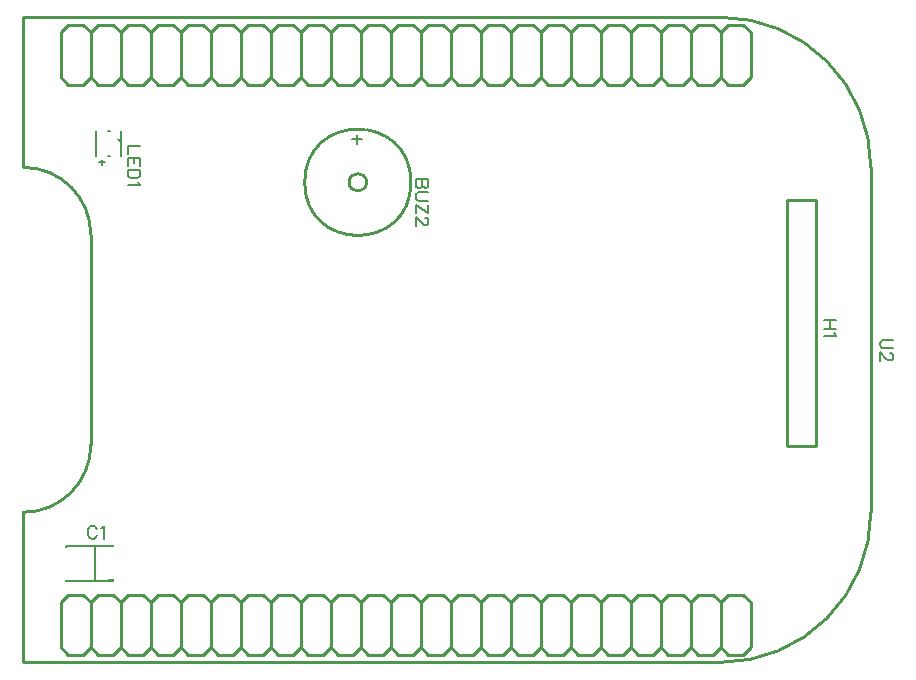
<source format=gto>
G04 Layer: TopSilkscreenLayer*
G04 EasyEDA v6.5.22, 2023-01-10 12:38:46*
G04 25b49afb8cf343a198f3b3cb698868e7,2e4b97ed0a384ad5b60706015a639cab,10*
G04 Gerber Generator version 0.2*
G04 Scale: 100 percent, Rotated: No, Reflected: No *
G04 Dimensions in inches *
G04 leading zeros omitted , absolute positions ,3 integer and 6 decimal *
%FSLAX36Y36*%
%MOIN*%

%ADD10C,0.0060*%
%ADD11C,0.0080*%
%ADD12C,0.0070*%
%ADD13C,0.0100*%
%ADD14C,0.0059*%
%ADD15C,0.0128*%

%LPD*%
D10*
X2015399Y-600000D02*
G01*
X1972500Y-600000D01*
X2015399Y-600000D02*
G01*
X2015399Y-618400D01*
X2013400Y-624499D01*
X2011300Y-626599D01*
X2007200Y-628600D01*
X2003100Y-628600D01*
X1998999Y-626599D01*
X1996999Y-624499D01*
X1995000Y-618400D01*
X1995000Y-600000D02*
G01*
X1995000Y-618400D01*
X1992899Y-624499D01*
X1990900Y-626599D01*
X1986800Y-628600D01*
X1980600Y-628600D01*
X1976499Y-626599D01*
X1974499Y-624499D01*
X1972500Y-618400D01*
X1972500Y-600000D01*
X2015399Y-642100D02*
G01*
X1984700Y-642100D01*
X1978599Y-644200D01*
X1974499Y-648299D01*
X1972500Y-654400D01*
X1972500Y-658499D01*
X1974499Y-664600D01*
X1978599Y-668699D01*
X1984700Y-670799D01*
X2015399Y-670799D01*
X2015399Y-712899D02*
G01*
X1972500Y-684299D01*
X2015399Y-684299D02*
G01*
X2015399Y-712899D01*
X1972500Y-684299D02*
G01*
X1972500Y-712899D01*
X2005200Y-728499D02*
G01*
X2007200Y-728499D01*
X2011300Y-730500D01*
X2013400Y-732500D01*
X2015399Y-736599D01*
X2015399Y-744800D01*
X2013400Y-748899D01*
X2011300Y-750999D01*
X2007200Y-753000D01*
X2003100Y-753000D01*
X1998999Y-750999D01*
X1992899Y-746900D01*
X1972500Y-726399D01*
X1972500Y-755000D01*
D11*
X1794171Y-467044D02*
G01*
X1761971Y-467044D01*
X1778072Y-450945D02*
G01*
X1778072Y-483144D01*
D12*
X3564499Y-1135000D02*
G01*
X3533900Y-1135000D01*
X3527700Y-1136999D01*
X3523599Y-1141100D01*
X3521599Y-1147300D01*
X3521599Y-1151399D01*
X3523599Y-1157500D01*
X3527700Y-1161599D01*
X3533900Y-1163600D01*
X3564499Y-1163600D01*
X3554300Y-1179200D02*
G01*
X3556400Y-1179200D01*
X3560500Y-1181199D01*
X3562500Y-1183299D01*
X3564499Y-1187399D01*
X3564499Y-1195500D01*
X3562500Y-1199600D01*
X3560500Y-1201700D01*
X3556400Y-1203699D01*
X3552299Y-1203699D01*
X3548199Y-1201700D01*
X3541999Y-1197600D01*
X3521599Y-1177100D01*
X3521599Y-1205799D01*
D10*
X3375399Y-1070000D02*
G01*
X3332500Y-1070000D01*
X3375399Y-1098600D02*
G01*
X3332500Y-1098600D01*
X3355000Y-1070000D02*
G01*
X3355000Y-1098600D01*
X3367200Y-1112100D02*
G01*
X3369300Y-1116199D01*
X3375399Y-1122399D01*
X3332500Y-1122399D01*
X910700Y-1764800D02*
G01*
X908600Y-1760700D01*
X904499Y-1756599D01*
X900500Y-1754600D01*
X892300Y-1754600D01*
X888200Y-1756599D01*
X884099Y-1760700D01*
X881999Y-1764800D01*
X880000Y-1770999D01*
X880000Y-1781199D01*
X881999Y-1787300D01*
X884099Y-1791399D01*
X888200Y-1795500D01*
X892300Y-1797500D01*
X900500Y-1797500D01*
X904499Y-1795500D01*
X908600Y-1791399D01*
X910700Y-1787300D01*
X924200Y-1762800D02*
G01*
X928299Y-1760700D01*
X934400Y-1754600D01*
X934400Y-1797500D01*
X1055399Y-490000D02*
G01*
X1012500Y-490000D01*
X1012500Y-490000D02*
G01*
X1012500Y-514499D01*
X1055399Y-528000D02*
G01*
X1012500Y-528000D01*
X1055399Y-528000D02*
G01*
X1055399Y-554600D01*
X1035000Y-528000D02*
G01*
X1035000Y-544400D01*
X1012500Y-528000D02*
G01*
X1012500Y-554600D01*
X1055399Y-568099D02*
G01*
X1012500Y-568099D01*
X1055399Y-568099D02*
G01*
X1055399Y-582500D01*
X1053400Y-588600D01*
X1049300Y-592699D01*
X1045200Y-594699D01*
X1038999Y-596799D01*
X1028800Y-596799D01*
X1022700Y-594699D01*
X1018599Y-592699D01*
X1014499Y-588600D01*
X1012500Y-582500D01*
X1012500Y-568099D01*
X1047200Y-610300D02*
G01*
X1049300Y-614400D01*
X1055399Y-620500D01*
X1012500Y-620500D01*
G36*
X948900Y-1818880D02*
G01*
X948900Y-1827220D01*
X966900Y-1827220D01*
X966900Y-1818880D01*
G37*
G36*
X948900Y-1932780D02*
G01*
X948900Y-1941120D01*
X966900Y-1941120D01*
X966900Y-1932780D01*
G37*
G36*
X976280Y-464640D02*
G01*
X989080Y-478040D01*
X989080Y-464640D01*
G37*
D13*
X790000Y-260000D02*
G01*
X815000Y-285000D01*
X815000Y-285000D02*
G01*
X865000Y-285000D01*
X865000Y-285000D02*
G01*
X890000Y-260000D01*
X890000Y-260000D02*
G01*
X915000Y-285000D01*
X915000Y-285000D02*
G01*
X965000Y-285000D01*
X965000Y-285000D02*
G01*
X990000Y-260000D01*
X990000Y-260000D02*
G01*
X1015000Y-285000D01*
X1015000Y-285000D02*
G01*
X1065000Y-285000D01*
X1065000Y-285000D02*
G01*
X1090000Y-260000D01*
X1090000Y-260000D02*
G01*
X1115000Y-285000D01*
X1115000Y-285000D02*
G01*
X1165000Y-285000D01*
X1165000Y-285000D02*
G01*
X1190000Y-260000D01*
X1190000Y-260000D02*
G01*
X1215000Y-285000D01*
X1215000Y-285000D02*
G01*
X1265000Y-285000D01*
X1265000Y-285000D02*
G01*
X1290000Y-260000D01*
X1290000Y-260000D02*
G01*
X1315000Y-285000D01*
X1315000Y-285000D02*
G01*
X1365000Y-285000D01*
X1365000Y-285000D02*
G01*
X1390000Y-260000D01*
X790000Y-260000D02*
G01*
X790000Y-110000D01*
X790000Y-110000D02*
G01*
X815000Y-85000D01*
X815000Y-85000D02*
G01*
X865000Y-85000D01*
X865000Y-85000D02*
G01*
X890000Y-110000D01*
X890000Y-110000D02*
G01*
X915000Y-85000D01*
X915000Y-85000D02*
G01*
X965000Y-85000D01*
X965000Y-85000D02*
G01*
X990000Y-110000D01*
X990000Y-110000D02*
G01*
X1015000Y-85000D01*
X1015000Y-85000D02*
G01*
X1065000Y-85000D01*
X1065000Y-85000D02*
G01*
X1090000Y-110000D01*
X1090000Y-110000D02*
G01*
X1115000Y-85000D01*
X1115000Y-85000D02*
G01*
X1165000Y-85000D01*
X1165000Y-85000D02*
G01*
X1190000Y-110000D01*
X1190000Y-110000D02*
G01*
X1215000Y-85000D01*
X1215000Y-85000D02*
G01*
X1265000Y-85000D01*
X1265000Y-85000D02*
G01*
X1290000Y-110000D01*
X1290000Y-110000D02*
G01*
X1315000Y-85000D01*
X1315000Y-85000D02*
G01*
X1365000Y-85000D01*
X1365000Y-85000D02*
G01*
X1390000Y-110000D01*
X1390000Y-110000D02*
G01*
X1415000Y-85000D01*
X1415000Y-85000D02*
G01*
X1465000Y-85000D01*
X1465000Y-85000D02*
G01*
X1490000Y-110000D01*
X1490000Y-110000D02*
G01*
X1515000Y-85000D01*
X1515000Y-85000D02*
G01*
X1565000Y-85000D01*
X1565000Y-85000D02*
G01*
X1590000Y-110000D01*
X1590000Y-110000D02*
G01*
X1615000Y-85000D01*
X1615000Y-85000D02*
G01*
X1665000Y-85000D01*
X1665000Y-85000D02*
G01*
X1690000Y-110000D01*
X1690000Y-110000D02*
G01*
X1715000Y-85000D01*
X1715000Y-85000D02*
G01*
X1765000Y-85000D01*
X1765000Y-85000D02*
G01*
X1790000Y-110000D01*
X1790000Y-110000D02*
G01*
X1815000Y-85000D01*
X1815000Y-85000D02*
G01*
X1865000Y-85000D01*
X1865000Y-85000D02*
G01*
X1890000Y-110000D01*
X1890000Y-110000D02*
G01*
X1915000Y-85000D01*
X1915000Y-85000D02*
G01*
X1965000Y-85000D01*
X1990000Y-110000D02*
G01*
X1965000Y-85000D01*
X1990000Y-110000D02*
G01*
X2015000Y-85000D01*
X2065000Y-85000D02*
G01*
X2015000Y-85000D01*
X2065000Y-85000D02*
G01*
X2090000Y-110000D01*
X2090000Y-110000D02*
G01*
X2115000Y-85000D01*
X2165000Y-85000D02*
G01*
X2115000Y-85000D01*
X2165000Y-85000D02*
G01*
X2190000Y-110000D01*
X2190000Y-110000D02*
G01*
X2215000Y-85000D01*
X2265000Y-85000D02*
G01*
X2215000Y-85000D01*
X2265000Y-85000D02*
G01*
X2290000Y-110000D01*
X2290000Y-110000D02*
G01*
X2315000Y-85000D01*
X2365000Y-85000D02*
G01*
X2315000Y-85000D01*
X2365000Y-85000D02*
G01*
X2390000Y-110000D01*
X2390000Y-260000D02*
G01*
X2365000Y-285000D01*
X2315000Y-285000D02*
G01*
X2365000Y-285000D01*
X2315000Y-285000D02*
G01*
X2290000Y-260000D01*
X2290000Y-260000D02*
G01*
X2265000Y-285000D01*
X2215000Y-285000D02*
G01*
X2265000Y-285000D01*
X2215000Y-285000D02*
G01*
X2190000Y-260000D01*
X2190000Y-260000D02*
G01*
X2165000Y-285000D01*
X2165000Y-285000D02*
G01*
X2115000Y-285000D01*
X2090000Y-260000D02*
G01*
X2115000Y-285000D01*
X2090000Y-260000D02*
G01*
X2065000Y-285000D01*
X2065000Y-285000D02*
G01*
X2015000Y-285000D01*
X1990000Y-260000D02*
G01*
X2015000Y-285000D01*
X1990000Y-260000D02*
G01*
X1965000Y-285000D01*
X1965000Y-285000D02*
G01*
X1915000Y-285000D01*
X1890000Y-260000D02*
G01*
X1915000Y-285000D01*
X1890000Y-260000D02*
G01*
X1865000Y-285000D01*
X1865000Y-285000D02*
G01*
X1815000Y-285000D01*
X1790000Y-260000D02*
G01*
X1815000Y-285000D01*
X1790000Y-260000D02*
G01*
X1765000Y-285000D01*
X1765000Y-285000D02*
G01*
X1715000Y-285000D01*
X1690000Y-260000D02*
G01*
X1715000Y-285000D01*
X1690000Y-260000D02*
G01*
X1665000Y-285000D01*
X1665000Y-285000D02*
G01*
X1615000Y-285000D01*
X1590000Y-260000D02*
G01*
X1615000Y-285000D01*
X1590000Y-260000D02*
G01*
X1565000Y-285000D01*
X1565000Y-285000D02*
G01*
X1515000Y-285000D01*
X1490000Y-260000D02*
G01*
X1515000Y-285000D01*
X1490000Y-260000D02*
G01*
X1465000Y-285000D01*
X1465000Y-285000D02*
G01*
X1415000Y-285000D01*
X1390000Y-260000D02*
G01*
X1415000Y-285000D01*
X890000Y-110000D02*
G01*
X890000Y-260000D01*
X990000Y-110000D02*
G01*
X990000Y-260000D01*
X1090000Y-110000D02*
G01*
X1090000Y-260000D01*
X1190000Y-110000D02*
G01*
X1190000Y-260000D01*
X1290000Y-110000D02*
G01*
X1290000Y-260000D01*
X1390000Y-110000D02*
G01*
X1390000Y-260000D01*
X1490000Y-110000D02*
G01*
X1490000Y-260000D01*
X1590000Y-110000D02*
G01*
X1590000Y-260000D01*
X1690000Y-110000D02*
G01*
X1690000Y-260000D01*
X1790000Y-110000D02*
G01*
X1790000Y-260000D01*
X1890000Y-110000D02*
G01*
X1890000Y-260000D01*
X1990000Y-110000D02*
G01*
X1990000Y-260000D01*
X2090000Y-110000D02*
G01*
X2090000Y-260000D01*
X2190000Y-110000D02*
G01*
X2190000Y-260000D01*
X2290000Y-110000D02*
G01*
X2290000Y-260000D01*
X2390000Y-110000D02*
G01*
X2390000Y-260000D01*
X2390000Y-110000D02*
G01*
X2415000Y-85000D01*
X2465000Y-85000D02*
G01*
X2415000Y-85000D01*
X2465000Y-85000D02*
G01*
X2490000Y-110000D01*
X2490000Y-260000D02*
G01*
X2465000Y-285000D01*
X2415000Y-285000D02*
G01*
X2465000Y-285000D01*
X2415000Y-285000D02*
G01*
X2390000Y-260000D01*
X2490000Y-110000D02*
G01*
X2490000Y-260000D01*
X2490000Y-110000D02*
G01*
X2515000Y-85000D01*
X2565000Y-85000D02*
G01*
X2515000Y-85000D01*
X2565000Y-85000D02*
G01*
X2590000Y-110000D01*
X2590000Y-260000D02*
G01*
X2565000Y-285000D01*
X2515000Y-285000D02*
G01*
X2565000Y-285000D01*
X2515000Y-285000D02*
G01*
X2490000Y-260000D01*
X2590000Y-110000D02*
G01*
X2590000Y-260000D01*
X2590000Y-110000D02*
G01*
X2615000Y-85000D01*
X2665000Y-85000D02*
G01*
X2615000Y-85000D01*
X2665000Y-85000D02*
G01*
X2690000Y-110000D01*
X2690000Y-260000D02*
G01*
X2665000Y-285000D01*
X2615000Y-285000D02*
G01*
X2665000Y-285000D01*
X2615000Y-285000D02*
G01*
X2590000Y-260000D01*
X2690000Y-110000D02*
G01*
X2690000Y-260000D01*
X2690000Y-110000D02*
G01*
X2715000Y-85000D01*
X2765000Y-85000D02*
G01*
X2715000Y-85000D01*
X2765000Y-85000D02*
G01*
X2790000Y-110000D01*
X2790000Y-260000D02*
G01*
X2765000Y-285000D01*
X2715000Y-285000D02*
G01*
X2765000Y-285000D01*
X2715000Y-285000D02*
G01*
X2690000Y-260000D01*
X2790000Y-110000D02*
G01*
X2790000Y-260000D01*
X2790000Y-110000D02*
G01*
X2815000Y-85000D01*
X2865000Y-85000D02*
G01*
X2815000Y-85000D01*
X2865000Y-85000D02*
G01*
X2890000Y-110000D01*
X2890000Y-260000D02*
G01*
X2865000Y-285000D01*
X2815000Y-285000D02*
G01*
X2865000Y-285000D01*
X2815000Y-285000D02*
G01*
X2790000Y-260000D01*
X2890000Y-110000D02*
G01*
X2890000Y-260000D01*
X2890000Y-110000D02*
G01*
X2915000Y-85000D01*
X2965000Y-85000D02*
G01*
X2915000Y-85000D01*
X2965000Y-85000D02*
G01*
X2990000Y-110000D01*
X2990000Y-260000D02*
G01*
X2965000Y-285000D01*
X2915000Y-285000D02*
G01*
X2965000Y-285000D01*
X2915000Y-285000D02*
G01*
X2890000Y-260000D01*
X2990000Y-110000D02*
G01*
X2990000Y-260000D01*
X2990000Y-110000D02*
G01*
X3015000Y-85000D01*
X3065000Y-85000D02*
G01*
X3015000Y-85000D01*
X3065000Y-85000D02*
G01*
X3090000Y-110000D01*
X3090000Y-260000D02*
G01*
X3065000Y-285000D01*
X3015000Y-285000D02*
G01*
X3065000Y-285000D01*
X3015000Y-285000D02*
G01*
X2990000Y-260000D01*
X3090000Y-110000D02*
G01*
X3090000Y-260000D01*
X790000Y-2160000D02*
G01*
X815000Y-2185000D01*
X815000Y-2185000D02*
G01*
X865000Y-2185000D01*
X865000Y-2185000D02*
G01*
X890000Y-2160000D01*
X890000Y-2160000D02*
G01*
X915000Y-2185000D01*
X915000Y-2185000D02*
G01*
X965000Y-2185000D01*
X965000Y-2185000D02*
G01*
X990000Y-2160000D01*
X990000Y-2160000D02*
G01*
X1015000Y-2185000D01*
X1015000Y-2185000D02*
G01*
X1065000Y-2185000D01*
X1065000Y-2185000D02*
G01*
X1090000Y-2160000D01*
X1090000Y-2160000D02*
G01*
X1115000Y-2185000D01*
X1115000Y-2185000D02*
G01*
X1165000Y-2185000D01*
X1165000Y-2185000D02*
G01*
X1190000Y-2160000D01*
X1190000Y-2160000D02*
G01*
X1215000Y-2185000D01*
X1215000Y-2185000D02*
G01*
X1265000Y-2185000D01*
X1265000Y-2185000D02*
G01*
X1290000Y-2160000D01*
X1290000Y-2160000D02*
G01*
X1315000Y-2185000D01*
X1315000Y-2185000D02*
G01*
X1365000Y-2185000D01*
X1365000Y-2185000D02*
G01*
X1390000Y-2160000D01*
X790000Y-2160000D02*
G01*
X790000Y-2010000D01*
X790000Y-2010000D02*
G01*
X815000Y-1985000D01*
X815000Y-1985000D02*
G01*
X865000Y-1985000D01*
X865000Y-1985000D02*
G01*
X890000Y-2010000D01*
X890000Y-2010000D02*
G01*
X915000Y-1985000D01*
X915000Y-1985000D02*
G01*
X965000Y-1985000D01*
X965000Y-1985000D02*
G01*
X990000Y-2010000D01*
X990000Y-2010000D02*
G01*
X1015000Y-1985000D01*
X1015000Y-1985000D02*
G01*
X1065000Y-1985000D01*
X1065000Y-1985000D02*
G01*
X1090000Y-2010000D01*
X1090000Y-2010000D02*
G01*
X1115000Y-1985000D01*
X1115000Y-1985000D02*
G01*
X1165000Y-1985000D01*
X1165000Y-1985000D02*
G01*
X1190000Y-2010000D01*
X1190000Y-2010000D02*
G01*
X1215000Y-1985000D01*
X1215000Y-1985000D02*
G01*
X1265000Y-1985000D01*
X1265000Y-1985000D02*
G01*
X1290000Y-2010000D01*
X1290000Y-2010000D02*
G01*
X1315000Y-1985000D01*
X1315000Y-1985000D02*
G01*
X1365000Y-1985000D01*
X1365000Y-1985000D02*
G01*
X1390000Y-2010000D01*
X1390000Y-2010000D02*
G01*
X1415000Y-1985000D01*
X1415000Y-1985000D02*
G01*
X1465000Y-1985000D01*
X1465000Y-1985000D02*
G01*
X1490000Y-2010000D01*
X1490000Y-2010000D02*
G01*
X1515000Y-1985000D01*
X1515000Y-1985000D02*
G01*
X1565000Y-1985000D01*
X1565000Y-1985000D02*
G01*
X1590000Y-2010000D01*
X1590000Y-2010000D02*
G01*
X1615000Y-1985000D01*
X1615000Y-1985000D02*
G01*
X1665000Y-1985000D01*
X1665000Y-1985000D02*
G01*
X1690000Y-2010000D01*
X1690000Y-2010000D02*
G01*
X1715000Y-1985000D01*
X1715000Y-1985000D02*
G01*
X1765000Y-1985000D01*
X1765000Y-1985000D02*
G01*
X1790000Y-2010000D01*
X1790000Y-2010000D02*
G01*
X1815000Y-1985000D01*
X1815000Y-1985000D02*
G01*
X1865000Y-1985000D01*
X1865000Y-1985000D02*
G01*
X1890000Y-2010000D01*
X1890000Y-2010000D02*
G01*
X1915000Y-1985000D01*
X1915000Y-1985000D02*
G01*
X1965000Y-1985000D01*
X1990000Y-2010000D02*
G01*
X1965000Y-1985000D01*
X1990000Y-2010000D02*
G01*
X2015000Y-1985000D01*
X2065000Y-1985000D02*
G01*
X2015000Y-1985000D01*
X2065000Y-1985000D02*
G01*
X2090000Y-2010000D01*
X2090000Y-2010000D02*
G01*
X2115000Y-1985000D01*
X2165000Y-1985000D02*
G01*
X2115000Y-1985000D01*
X2165000Y-1985000D02*
G01*
X2190000Y-2010000D01*
X2190000Y-2010000D02*
G01*
X2215000Y-1985000D01*
X2265000Y-1985000D02*
G01*
X2215000Y-1985000D01*
X2265000Y-1985000D02*
G01*
X2290000Y-2010000D01*
X2290000Y-2010000D02*
G01*
X2315000Y-1985000D01*
X2365000Y-1985000D02*
G01*
X2315000Y-1985000D01*
X2365000Y-1985000D02*
G01*
X2390000Y-2010000D01*
X2390000Y-2160000D02*
G01*
X2365000Y-2185000D01*
X2315000Y-2185000D02*
G01*
X2365000Y-2185000D01*
X2315000Y-2185000D02*
G01*
X2290000Y-2160000D01*
X2290000Y-2160000D02*
G01*
X2265000Y-2185000D01*
X2215000Y-2185000D02*
G01*
X2265000Y-2185000D01*
X2215000Y-2185000D02*
G01*
X2190000Y-2160000D01*
X2190000Y-2160000D02*
G01*
X2165000Y-2185000D01*
X2165000Y-2185000D02*
G01*
X2115000Y-2185000D01*
X2090000Y-2160000D02*
G01*
X2115000Y-2185000D01*
X2090000Y-2160000D02*
G01*
X2065000Y-2185000D01*
X2065000Y-2185000D02*
G01*
X2015000Y-2185000D01*
X1990000Y-2160000D02*
G01*
X2015000Y-2185000D01*
X1990000Y-2160000D02*
G01*
X1965000Y-2185000D01*
X1965000Y-2185000D02*
G01*
X1915000Y-2185000D01*
X1890000Y-2160000D02*
G01*
X1915000Y-2185000D01*
X1890000Y-2160000D02*
G01*
X1865000Y-2185000D01*
X1865000Y-2185000D02*
G01*
X1815000Y-2185000D01*
X1790000Y-2160000D02*
G01*
X1815000Y-2185000D01*
X1790000Y-2160000D02*
G01*
X1765000Y-2185000D01*
X1765000Y-2185000D02*
G01*
X1715000Y-2185000D01*
X1690000Y-2160000D02*
G01*
X1715000Y-2185000D01*
X1690000Y-2160000D02*
G01*
X1665000Y-2185000D01*
X1665000Y-2185000D02*
G01*
X1615000Y-2185000D01*
X1590000Y-2160000D02*
G01*
X1615000Y-2185000D01*
X1590000Y-2160000D02*
G01*
X1565000Y-2185000D01*
X1565000Y-2185000D02*
G01*
X1515000Y-2185000D01*
X1490000Y-2160000D02*
G01*
X1515000Y-2185000D01*
X1490000Y-2160000D02*
G01*
X1465000Y-2185000D01*
X1465000Y-2185000D02*
G01*
X1415000Y-2185000D01*
X1390000Y-2160000D02*
G01*
X1415000Y-2185000D01*
X890000Y-2010000D02*
G01*
X890000Y-2160000D01*
X990000Y-2010000D02*
G01*
X990000Y-2160000D01*
X1090000Y-2010000D02*
G01*
X1090000Y-2160000D01*
X1190000Y-2010000D02*
G01*
X1190000Y-2160000D01*
X1290000Y-2010000D02*
G01*
X1290000Y-2160000D01*
X1390000Y-2010000D02*
G01*
X1390000Y-2160000D01*
X1490000Y-2010000D02*
G01*
X1490000Y-2160000D01*
X1590000Y-2010000D02*
G01*
X1590000Y-2160000D01*
X1690000Y-2010000D02*
G01*
X1690000Y-2160000D01*
X1790000Y-2010000D02*
G01*
X1790000Y-2160000D01*
X1890000Y-2010000D02*
G01*
X1890000Y-2160000D01*
X1990000Y-2010000D02*
G01*
X1990000Y-2160000D01*
X2090000Y-2010000D02*
G01*
X2090000Y-2160000D01*
X2190000Y-2010000D02*
G01*
X2190000Y-2160000D01*
X2290000Y-2010000D02*
G01*
X2290000Y-2160000D01*
X2390000Y-2010000D02*
G01*
X2390000Y-2160000D01*
X2390000Y-2010000D02*
G01*
X2415000Y-1985000D01*
X2465000Y-1985000D02*
G01*
X2415000Y-1985000D01*
X2465000Y-1985000D02*
G01*
X2490000Y-2010000D01*
X2490000Y-2160000D02*
G01*
X2465000Y-2185000D01*
X2415000Y-2185000D02*
G01*
X2465000Y-2185000D01*
X2415000Y-2185000D02*
G01*
X2390000Y-2160000D01*
X2490000Y-2010000D02*
G01*
X2490000Y-2160000D01*
X2490000Y-2010000D02*
G01*
X2515000Y-1985000D01*
X2565000Y-1985000D02*
G01*
X2515000Y-1985000D01*
X2565000Y-1985000D02*
G01*
X2590000Y-2010000D01*
X2590000Y-2160000D02*
G01*
X2565000Y-2185000D01*
X2515000Y-2185000D02*
G01*
X2565000Y-2185000D01*
X2515000Y-2185000D02*
G01*
X2490000Y-2160000D01*
X2590000Y-2010000D02*
G01*
X2590000Y-2160000D01*
X2590000Y-2010000D02*
G01*
X2615000Y-1985000D01*
X2665000Y-1985000D02*
G01*
X2615000Y-1985000D01*
X2665000Y-1985000D02*
G01*
X2690000Y-2010000D01*
X2690000Y-2160000D02*
G01*
X2665000Y-2185000D01*
X2615000Y-2185000D02*
G01*
X2665000Y-2185000D01*
X2615000Y-2185000D02*
G01*
X2590000Y-2160000D01*
X2690000Y-2010000D02*
G01*
X2690000Y-2160000D01*
X2690000Y-2010000D02*
G01*
X2715000Y-1985000D01*
X2765000Y-1985000D02*
G01*
X2715000Y-1985000D01*
X2765000Y-1985000D02*
G01*
X2790000Y-2010000D01*
X2790000Y-2160000D02*
G01*
X2765000Y-2185000D01*
X2715000Y-2185000D02*
G01*
X2765000Y-2185000D01*
X2715000Y-2185000D02*
G01*
X2690000Y-2160000D01*
X2790000Y-2010000D02*
G01*
X2790000Y-2160000D01*
X2790000Y-2010000D02*
G01*
X2815000Y-1985000D01*
X2865000Y-1985000D02*
G01*
X2815000Y-1985000D01*
X2865000Y-1985000D02*
G01*
X2890000Y-2010000D01*
X2890000Y-2160000D02*
G01*
X2865000Y-2185000D01*
X2815000Y-2185000D02*
G01*
X2865000Y-2185000D01*
X2815000Y-2185000D02*
G01*
X2790000Y-2160000D01*
X2890000Y-2010000D02*
G01*
X2890000Y-2160000D01*
X2890000Y-2010000D02*
G01*
X2915000Y-1985000D01*
X2965000Y-1985000D02*
G01*
X2915000Y-1985000D01*
X2965000Y-1985000D02*
G01*
X2990000Y-2010000D01*
X2990000Y-2160000D02*
G01*
X2965000Y-2185000D01*
X2915000Y-2185000D02*
G01*
X2965000Y-2185000D01*
X2915000Y-2185000D02*
G01*
X2890000Y-2160000D01*
X2990000Y-2010000D02*
G01*
X2990000Y-2160000D01*
X2990000Y-2010000D02*
G01*
X3015000Y-1985000D01*
X3065000Y-1985000D02*
G01*
X3015000Y-1985000D01*
X3065000Y-1985000D02*
G01*
X3090000Y-2010000D01*
X3090000Y-2160000D02*
G01*
X3065000Y-2185000D01*
X3015000Y-2185000D02*
G01*
X3065000Y-2185000D01*
X3015000Y-2185000D02*
G01*
X2990000Y-2160000D01*
X3090000Y-2010000D02*
G01*
X3090000Y-2160000D01*
X2990000Y-2210000D02*
G01*
X665000Y-2210000D01*
X3490000Y-560000D02*
G01*
X3490000Y-1710000D01*
X2990000Y-60000D02*
G01*
X665000Y-60000D01*
X665000Y-60000D02*
G01*
X665000Y-560000D01*
X665000Y-1710000D02*
G01*
X665000Y-2210000D01*
X890000Y-785000D02*
G01*
X890000Y-1485000D01*
X3308029Y-670158D02*
G01*
X3308029Y-1489841D01*
X3308029Y-1489841D02*
G01*
X3211970Y-1489841D01*
X3211970Y-1489841D02*
G01*
X3211970Y-670158D01*
X3211970Y-670158D02*
G01*
X3308029Y-670158D01*
D10*
X905000Y-1821882D02*
G01*
X905000Y-1938117D01*
X808103Y-1821882D02*
G01*
X951896Y-1821882D01*
X808103Y-1938117D02*
G01*
X951896Y-1938117D01*
X808103Y-1821882D02*
G01*
X808103Y-1825226D01*
X808103Y-1938117D02*
G01*
X808103Y-1934773D01*
D14*
X927953Y-535117D02*
G01*
X927953Y-552831D01*
X937795Y-543778D02*
G01*
X918110Y-543778D01*
X991337Y-438661D02*
G01*
X991337Y-521338D01*
X952791Y-521338D02*
G01*
X947208Y-521338D01*
X952791Y-438661D02*
G01*
X947208Y-438661D01*
X908661Y-438661D02*
G01*
X908661Y-521338D01*
D13*
G75*
G01*
X3490000Y-560000D02*
G03*
X2990000Y-60000I-499999J1D01*
G75*
G01*
X2990000Y-2210000D02*
G03*
X3490000Y-1710000I1J499999D01*
G75*
G01*
X890000Y-785000D02*
G03*
X665000Y-560000I-225000J0D01*
G75*
G01*
X890000Y-1485000D02*
G02*
X665000Y-1710000I-225000J0D01*
G75*
G01
X1957170Y-610000D02*
G03X1957170Y-610000I-177170J0D01*
G75*
G01
X1809160Y-610000D02*
G03X1809160Y-610000I-29160J0D01*
M02*

</source>
